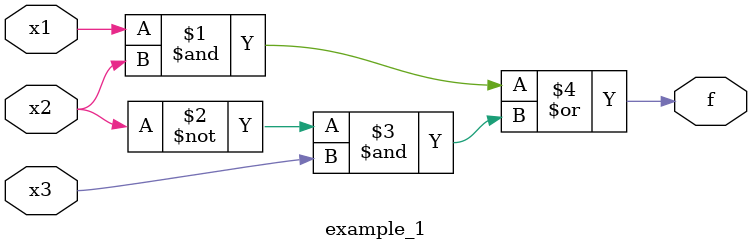
<source format=v>
`timescale 1ns / 1ps


module example_1(
    input x1,
    input x2,
    input x3,
    output f
    );
    //Structural
    //and (g, x1, x2);
    //or (k, x2);
    //and (h, k, x3);
    //or (f, h, g);
    
    //Behavioural
    assign f = (x1 & x2)|(~x2 & x3);
endmodule

</source>
